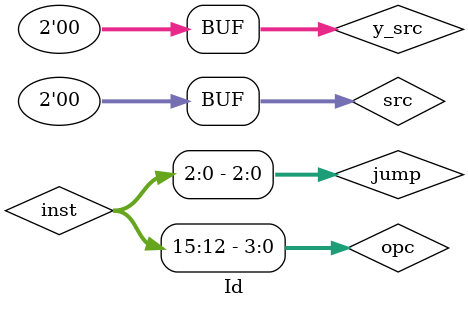
<source format=sv>

module Id (
  
);
  logic [15:0] inst;

  // Sources or Destination
  // [1:0] = {Internal (D,A,PC), External (M)}
  // X or Y sources
  // [4:0] = {imm, A, D, M, PC}
  logic [1:0]  src, dst;
  logic [1:0]  x_src;      // {imm, D}
  logic [1:0]  y_src;      // {M, A}
  logic [2:0]  o_dst;      // {A, D, M}
  logic [1:0]  x_op, y_op; // {zero-ize, negate}
  logic [1:0]  o_op;       // {add/and, negate} - 2'b00 == AND only
  logic [14:0] imm;
  logic        err;

  logic [3:0]  opc;
  logic [5:0]  comp;
  logic [2:0]  dest;
  logic [2:0]  jump;

  assign {opc, comp, dest, jump} = inst;

  always_comb begin
      src   = 2'b00;
      dst   = 2'b00;
      x_src = 2'b00;
      y_src = 2'b00;
      o_dst = 3'b000;
      {x_op, y_op, o_op}  = comp;
      imm   = 14'b0;
      err   = 1'b1;
    if (opc[3] == 1'b0) begin // A-Instruction => A = X (imm) & Y (all 1)
      src   = 2'b00;
      dst   = 2'b10;
      x_src = 2'b10;
      o_dst = 3'b100;
      imm   = inst [14:0];
      {x_op, y_op, o_op}  = 6'b00_11_00;
      err   = 1'b0;
    end else begin // C-Instruction
      case (comp)
      endcase

      case (dest)
      endcase

      case (jump)
      endcase
    end
  end

endmodule
// EOF

</source>
